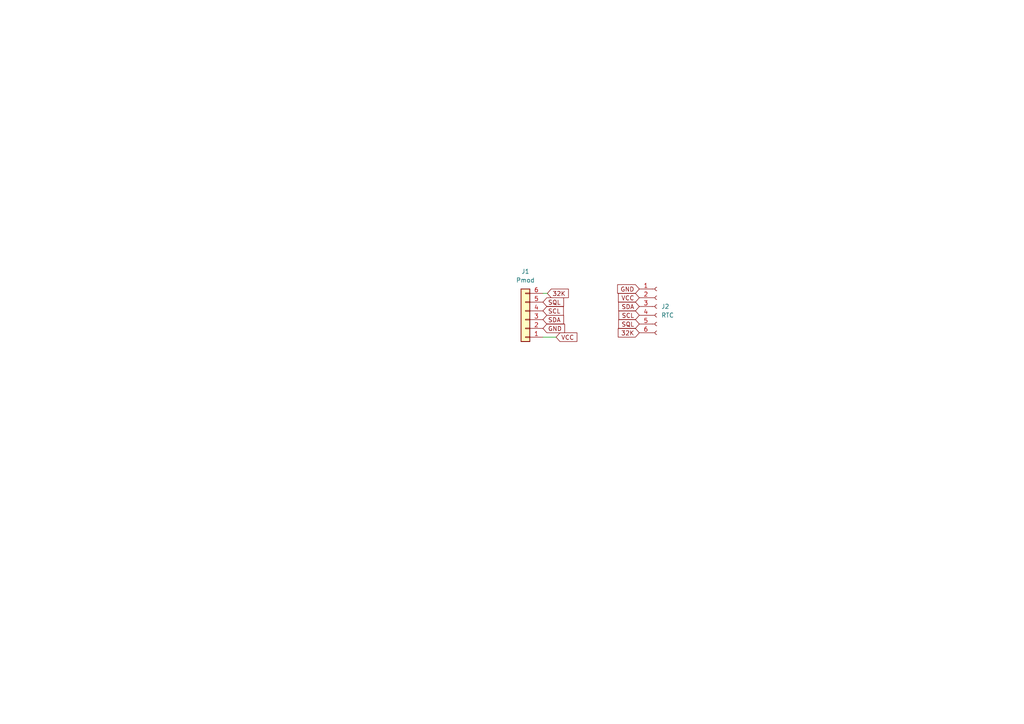
<source format=kicad_sch>
(kicad_sch
	(version 20250114)
	(generator "eeschema")
	(generator_version "9.0")
	(uuid "cac9a5c2-ea8e-4a3f-8b3f-e7e86a60f23e")
	(paper "A4")
	(lib_symbols
		(symbol "Connector:Conn_01x06_Socket"
			(pin_names
				(offset 1.016)
				(hide yes)
			)
			(exclude_from_sim no)
			(in_bom yes)
			(on_board yes)
			(property "Reference" "J"
				(at 0 7.62 0)
				(effects
					(font
						(size 1.27 1.27)
					)
				)
			)
			(property "Value" "Conn_01x06_Socket"
				(at 0 -10.16 0)
				(effects
					(font
						(size 1.27 1.27)
					)
				)
			)
			(property "Footprint" ""
				(at 0 0 0)
				(effects
					(font
						(size 1.27 1.27)
					)
					(hide yes)
				)
			)
			(property "Datasheet" "~"
				(at 0 0 0)
				(effects
					(font
						(size 1.27 1.27)
					)
					(hide yes)
				)
			)
			(property "Description" "Generic connector, single row, 01x06, script generated"
				(at 0 0 0)
				(effects
					(font
						(size 1.27 1.27)
					)
					(hide yes)
				)
			)
			(property "ki_locked" ""
				(at 0 0 0)
				(effects
					(font
						(size 1.27 1.27)
					)
				)
			)
			(property "ki_keywords" "connector"
				(at 0 0 0)
				(effects
					(font
						(size 1.27 1.27)
					)
					(hide yes)
				)
			)
			(property "ki_fp_filters" "Connector*:*_1x??_*"
				(at 0 0 0)
				(effects
					(font
						(size 1.27 1.27)
					)
					(hide yes)
				)
			)
			(symbol "Conn_01x06_Socket_1_1"
				(polyline
					(pts
						(xy -1.27 5.08) (xy -0.508 5.08)
					)
					(stroke
						(width 0.1524)
						(type default)
					)
					(fill
						(type none)
					)
				)
				(polyline
					(pts
						(xy -1.27 2.54) (xy -0.508 2.54)
					)
					(stroke
						(width 0.1524)
						(type default)
					)
					(fill
						(type none)
					)
				)
				(polyline
					(pts
						(xy -1.27 0) (xy -0.508 0)
					)
					(stroke
						(width 0.1524)
						(type default)
					)
					(fill
						(type none)
					)
				)
				(polyline
					(pts
						(xy -1.27 -2.54) (xy -0.508 -2.54)
					)
					(stroke
						(width 0.1524)
						(type default)
					)
					(fill
						(type none)
					)
				)
				(polyline
					(pts
						(xy -1.27 -5.08) (xy -0.508 -5.08)
					)
					(stroke
						(width 0.1524)
						(type default)
					)
					(fill
						(type none)
					)
				)
				(polyline
					(pts
						(xy -1.27 -7.62) (xy -0.508 -7.62)
					)
					(stroke
						(width 0.1524)
						(type default)
					)
					(fill
						(type none)
					)
				)
				(arc
					(start 0 4.572)
					(mid -0.5058 5.08)
					(end 0 5.588)
					(stroke
						(width 0.1524)
						(type default)
					)
					(fill
						(type none)
					)
				)
				(arc
					(start 0 2.032)
					(mid -0.5058 2.54)
					(end 0 3.048)
					(stroke
						(width 0.1524)
						(type default)
					)
					(fill
						(type none)
					)
				)
				(arc
					(start 0 -0.508)
					(mid -0.5058 0)
					(end 0 0.508)
					(stroke
						(width 0.1524)
						(type default)
					)
					(fill
						(type none)
					)
				)
				(arc
					(start 0 -3.048)
					(mid -0.5058 -2.54)
					(end 0 -2.032)
					(stroke
						(width 0.1524)
						(type default)
					)
					(fill
						(type none)
					)
				)
				(arc
					(start 0 -5.588)
					(mid -0.5058 -5.08)
					(end 0 -4.572)
					(stroke
						(width 0.1524)
						(type default)
					)
					(fill
						(type none)
					)
				)
				(arc
					(start 0 -8.128)
					(mid -0.5058 -7.62)
					(end 0 -7.112)
					(stroke
						(width 0.1524)
						(type default)
					)
					(fill
						(type none)
					)
				)
				(pin passive line
					(at -5.08 5.08 0)
					(length 3.81)
					(name "Pin_1"
						(effects
							(font
								(size 1.27 1.27)
							)
						)
					)
					(number "1"
						(effects
							(font
								(size 1.27 1.27)
							)
						)
					)
				)
				(pin passive line
					(at -5.08 2.54 0)
					(length 3.81)
					(name "Pin_2"
						(effects
							(font
								(size 1.27 1.27)
							)
						)
					)
					(number "2"
						(effects
							(font
								(size 1.27 1.27)
							)
						)
					)
				)
				(pin passive line
					(at -5.08 0 0)
					(length 3.81)
					(name "Pin_3"
						(effects
							(font
								(size 1.27 1.27)
							)
						)
					)
					(number "3"
						(effects
							(font
								(size 1.27 1.27)
							)
						)
					)
				)
				(pin passive line
					(at -5.08 -2.54 0)
					(length 3.81)
					(name "Pin_4"
						(effects
							(font
								(size 1.27 1.27)
							)
						)
					)
					(number "4"
						(effects
							(font
								(size 1.27 1.27)
							)
						)
					)
				)
				(pin passive line
					(at -5.08 -5.08 0)
					(length 3.81)
					(name "Pin_5"
						(effects
							(font
								(size 1.27 1.27)
							)
						)
					)
					(number "5"
						(effects
							(font
								(size 1.27 1.27)
							)
						)
					)
				)
				(pin passive line
					(at -5.08 -7.62 0)
					(length 3.81)
					(name "Pin_6"
						(effects
							(font
								(size 1.27 1.27)
							)
						)
					)
					(number "6"
						(effects
							(font
								(size 1.27 1.27)
							)
						)
					)
				)
			)
			(embedded_fonts no)
		)
		(symbol "Connector_Generic:Conn_01x06"
			(pin_names
				(offset 1.016)
				(hide yes)
			)
			(exclude_from_sim no)
			(in_bom yes)
			(on_board yes)
			(property "Reference" "J"
				(at 0 7.62 0)
				(effects
					(font
						(size 1.27 1.27)
					)
				)
			)
			(property "Value" "Conn_01x06"
				(at 0 -10.16 0)
				(effects
					(font
						(size 1.27 1.27)
					)
				)
			)
			(property "Footprint" ""
				(at 0 0 0)
				(effects
					(font
						(size 1.27 1.27)
					)
					(hide yes)
				)
			)
			(property "Datasheet" "~"
				(at 0 0 0)
				(effects
					(font
						(size 1.27 1.27)
					)
					(hide yes)
				)
			)
			(property "Description" "Generic connector, single row, 01x06, script generated (kicad-library-utils/schlib/autogen/connector/)"
				(at 0 0 0)
				(effects
					(font
						(size 1.27 1.27)
					)
					(hide yes)
				)
			)
			(property "ki_keywords" "connector"
				(at 0 0 0)
				(effects
					(font
						(size 1.27 1.27)
					)
					(hide yes)
				)
			)
			(property "ki_fp_filters" "Connector*:*_1x??_*"
				(at 0 0 0)
				(effects
					(font
						(size 1.27 1.27)
					)
					(hide yes)
				)
			)
			(symbol "Conn_01x06_1_1"
				(rectangle
					(start -1.27 6.35)
					(end 1.27 -8.89)
					(stroke
						(width 0.254)
						(type default)
					)
					(fill
						(type background)
					)
				)
				(rectangle
					(start -1.27 5.207)
					(end 0 4.953)
					(stroke
						(width 0.1524)
						(type default)
					)
					(fill
						(type none)
					)
				)
				(rectangle
					(start -1.27 2.667)
					(end 0 2.413)
					(stroke
						(width 0.1524)
						(type default)
					)
					(fill
						(type none)
					)
				)
				(rectangle
					(start -1.27 0.127)
					(end 0 -0.127)
					(stroke
						(width 0.1524)
						(type default)
					)
					(fill
						(type none)
					)
				)
				(rectangle
					(start -1.27 -2.413)
					(end 0 -2.667)
					(stroke
						(width 0.1524)
						(type default)
					)
					(fill
						(type none)
					)
				)
				(rectangle
					(start -1.27 -4.953)
					(end 0 -5.207)
					(stroke
						(width 0.1524)
						(type default)
					)
					(fill
						(type none)
					)
				)
				(rectangle
					(start -1.27 -7.493)
					(end 0 -7.747)
					(stroke
						(width 0.1524)
						(type default)
					)
					(fill
						(type none)
					)
				)
				(pin passive line
					(at -5.08 5.08 0)
					(length 3.81)
					(name "Pin_1"
						(effects
							(font
								(size 1.27 1.27)
							)
						)
					)
					(number "1"
						(effects
							(font
								(size 1.27 1.27)
							)
						)
					)
				)
				(pin passive line
					(at -5.08 2.54 0)
					(length 3.81)
					(name "Pin_2"
						(effects
							(font
								(size 1.27 1.27)
							)
						)
					)
					(number "2"
						(effects
							(font
								(size 1.27 1.27)
							)
						)
					)
				)
				(pin passive line
					(at -5.08 0 0)
					(length 3.81)
					(name "Pin_3"
						(effects
							(font
								(size 1.27 1.27)
							)
						)
					)
					(number "3"
						(effects
							(font
								(size 1.27 1.27)
							)
						)
					)
				)
				(pin passive line
					(at -5.08 -2.54 0)
					(length 3.81)
					(name "Pin_4"
						(effects
							(font
								(size 1.27 1.27)
							)
						)
					)
					(number "4"
						(effects
							(font
								(size 1.27 1.27)
							)
						)
					)
				)
				(pin passive line
					(at -5.08 -5.08 0)
					(length 3.81)
					(name "Pin_5"
						(effects
							(font
								(size 1.27 1.27)
							)
						)
					)
					(number "5"
						(effects
							(font
								(size 1.27 1.27)
							)
						)
					)
				)
				(pin passive line
					(at -5.08 -7.62 0)
					(length 3.81)
					(name "Pin_6"
						(effects
							(font
								(size 1.27 1.27)
							)
						)
					)
					(number "6"
						(effects
							(font
								(size 1.27 1.27)
							)
						)
					)
				)
			)
			(embedded_fonts no)
		)
	)
	(wire
		(pts
			(xy 161.29 97.79) (xy 157.48 97.79)
		)
		(stroke
			(width 0)
			(type default)
		)
		(uuid "b94a47d8-b7a8-4bbd-bd98-3517898a1d15")
	)
	(wire
		(pts
			(xy 158.75 85.09) (xy 157.48 85.09)
		)
		(stroke
			(width 0)
			(type default)
		)
		(uuid "ec7692ac-58a1-478e-a0c3-2edbe9026199")
	)
	(global_label "GND"
		(shape input)
		(at 185.42 83.82 180)
		(fields_autoplaced yes)
		(effects
			(font
				(size 1.27 1.27)
			)
			(justify right)
		)
		(uuid "01f9bc5e-be32-4012-91e4-c429fc48f170")
		(property "Intersheetrefs" "${INTERSHEET_REFS}"
			(at 178.5643 83.82 0)
			(effects
				(font
					(size 1.27 1.27)
				)
				(justify right)
				(hide yes)
			)
		)
	)
	(global_label "SDA"
		(shape input)
		(at 185.42 88.9 180)
		(fields_autoplaced yes)
		(effects
			(font
				(size 1.27 1.27)
			)
			(justify right)
		)
		(uuid "34fd9b2d-2f36-4296-87d5-4d1ca20801f0")
		(property "Intersheetrefs" "${INTERSHEET_REFS}"
			(at 178.8667 88.9 0)
			(effects
				(font
					(size 1.27 1.27)
				)
				(justify right)
				(hide yes)
			)
		)
	)
	(global_label "SQL"
		(shape input)
		(at 185.42 93.98 180)
		(fields_autoplaced yes)
		(effects
			(font
				(size 1.27 1.27)
			)
			(justify right)
		)
		(uuid "476afbae-2ad4-4aae-ac58-c573a7ecaa1d")
		(property "Intersheetrefs" "${INTERSHEET_REFS}"
			(at 178.8667 93.98 0)
			(effects
				(font
					(size 1.27 1.27)
				)
				(justify right)
				(hide yes)
			)
		)
	)
	(global_label "32K"
		(shape input)
		(at 158.75 85.09 0)
		(fields_autoplaced yes)
		(effects
			(font
				(size 1.27 1.27)
			)
			(justify left)
		)
		(uuid "4c4c7e84-c3a1-4984-bfb6-84a2f795da1a")
		(property "Intersheetrefs" "${INTERSHEET_REFS}"
			(at 165.4242 85.09 0)
			(effects
				(font
					(size 1.27 1.27)
				)
				(justify left)
				(hide yes)
			)
		)
	)
	(global_label "VCC"
		(shape input)
		(at 185.42 86.36 180)
		(fields_autoplaced yes)
		(effects
			(font
				(size 1.27 1.27)
			)
			(justify right)
		)
		(uuid "5958bc53-dd9a-42ce-90a2-0ab53cdce5f5")
		(property "Intersheetrefs" "${INTERSHEET_REFS}"
			(at 178.8062 86.36 0)
			(effects
				(font
					(size 1.27 1.27)
				)
				(justify right)
				(hide yes)
			)
		)
	)
	(global_label "VCC"
		(shape input)
		(at 161.29 97.79 0)
		(fields_autoplaced yes)
		(effects
			(font
				(size 1.27 1.27)
			)
			(justify left)
		)
		(uuid "7d9be345-7ccd-4b12-bb13-3607ddbb0c7a")
		(property "Intersheetrefs" "${INTERSHEET_REFS}"
			(at 167.9038 97.79 0)
			(effects
				(font
					(size 1.27 1.27)
				)
				(justify left)
				(hide yes)
			)
		)
	)
	(global_label "SCL"
		(shape input)
		(at 157.48 90.17 0)
		(fields_autoplaced yes)
		(effects
			(font
				(size 1.27 1.27)
			)
			(justify left)
		)
		(uuid "8848428c-411c-451a-b3e8-95097e99db68")
		(property "Intersheetrefs" "${INTERSHEET_REFS}"
			(at 163.9728 90.17 0)
			(effects
				(font
					(size 1.27 1.27)
				)
				(justify left)
				(hide yes)
			)
		)
	)
	(global_label "SQL"
		(shape input)
		(at 157.48 87.63 0)
		(fields_autoplaced yes)
		(effects
			(font
				(size 1.27 1.27)
			)
			(justify left)
		)
		(uuid "97220e85-76dd-44b8-9d48-d93025e3c453")
		(property "Intersheetrefs" "${INTERSHEET_REFS}"
			(at 164.0333 87.63 0)
			(effects
				(font
					(size 1.27 1.27)
				)
				(justify left)
				(hide yes)
			)
		)
	)
	(global_label "SCL"
		(shape input)
		(at 185.42 91.44 180)
		(fields_autoplaced yes)
		(effects
			(font
				(size 1.27 1.27)
			)
			(justify right)
		)
		(uuid "a6a468c0-04a4-4a6b-8c7e-dc69e049ac82")
		(property "Intersheetrefs" "${INTERSHEET_REFS}"
			(at 178.9272 91.44 0)
			(effects
				(font
					(size 1.27 1.27)
				)
				(justify right)
				(hide yes)
			)
		)
	)
	(global_label "SDA"
		(shape input)
		(at 157.48 92.71 0)
		(fields_autoplaced yes)
		(effects
			(font
				(size 1.27 1.27)
			)
			(justify left)
		)
		(uuid "abda9070-c6a3-471f-a267-6d7ba89a9827")
		(property "Intersheetrefs" "${INTERSHEET_REFS}"
			(at 164.0333 92.71 0)
			(effects
				(font
					(size 1.27 1.27)
				)
				(justify left)
				(hide yes)
			)
		)
	)
	(global_label "32K"
		(shape input)
		(at 185.42 96.52 180)
		(fields_autoplaced yes)
		(effects
			(font
				(size 1.27 1.27)
			)
			(justify right)
		)
		(uuid "ae3d7729-13af-4d9a-9b97-78c38d9ccd64")
		(property "Intersheetrefs" "${INTERSHEET_REFS}"
			(at 178.7458 96.52 0)
			(effects
				(font
					(size 1.27 1.27)
				)
				(justify right)
				(hide yes)
			)
		)
	)
	(global_label "GND"
		(shape input)
		(at 157.48 95.25 0)
		(fields_autoplaced yes)
		(effects
			(font
				(size 1.27 1.27)
			)
			(justify left)
		)
		(uuid "f647a368-d8f7-4335-a5ed-07cfc84e82a5")
		(property "Intersheetrefs" "${INTERSHEET_REFS}"
			(at 164.3357 95.25 0)
			(effects
				(font
					(size 1.27 1.27)
				)
				(justify left)
				(hide yes)
			)
		)
	)
	(symbol
		(lib_id "Connector_Generic:Conn_01x06")
		(at 152.4 92.71 180)
		(unit 1)
		(exclude_from_sim no)
		(in_bom yes)
		(on_board yes)
		(dnp no)
		(fields_autoplaced yes)
		(uuid "47d2daa6-3606-4781-b35f-bceea5222d35")
		(property "Reference" "J1"
			(at 152.4 78.74 0)
			(effects
				(font
					(size 1.27 1.27)
				)
			)
		)
		(property "Value" "Pmod"
			(at 152.4 81.28 0)
			(effects
				(font
					(size 1.27 1.27)
				)
			)
		)
		(property "Footprint" "Connector_PinHeader_2.54mm:PinHeader_1x06_P2.54mm_Horizontal"
			(at 152.4 92.71 0)
			(effects
				(font
					(size 1.27 1.27)
				)
				(hide yes)
			)
		)
		(property "Datasheet" "~"
			(at 152.4 92.71 0)
			(effects
				(font
					(size 1.27 1.27)
				)
				(hide yes)
			)
		)
		(property "Description" "Generic connector, single row, 01x06, script generated (kicad-library-utils/schlib/autogen/connector/)"
			(at 152.4 92.71 0)
			(effects
				(font
					(size 1.27 1.27)
				)
				(hide yes)
			)
		)
		(pin "1"
			(uuid "9e3cb11e-a429-415c-8345-cd0820931244")
		)
		(pin "2"
			(uuid "0760040e-395f-41e8-852a-f8b6e146489e")
		)
		(pin "4"
			(uuid "78608672-25e2-41df-a721-e54168ed5f26")
		)
		(pin "6"
			(uuid "733cbfc4-e4e4-4662-97e9-958e4c89f017")
		)
		(pin "3"
			(uuid "0967e953-0a5c-424e-a72c-441e5c0871f9")
		)
		(pin "5"
			(uuid "15fce38e-1f13-4b08-a8ed-55cbaca2f67c")
		)
		(instances
			(project ""
				(path "/cac9a5c2-ea8e-4a3f-8b3f-e7e86a60f23e"
					(reference "J1")
					(unit 1)
				)
			)
		)
	)
	(symbol
		(lib_id "Connector:Conn_01x06_Socket")
		(at 190.5 88.9 0)
		(unit 1)
		(exclude_from_sim no)
		(in_bom yes)
		(on_board yes)
		(dnp no)
		(fields_autoplaced yes)
		(uuid "bf06391c-2276-458a-83ed-542b165e7349")
		(property "Reference" "J2"
			(at 191.77 88.8999 0)
			(effects
				(font
					(size 1.27 1.27)
				)
				(justify left)
			)
		)
		(property "Value" "RTC"
			(at 191.77 91.4399 0)
			(effects
				(font
					(size 1.27 1.27)
				)
				(justify left)
			)
		)
		(property "Footprint" "Connector_PinSocket_2.54mm:PinSocket_1x06_P2.54mm_Horizontal"
			(at 190.5 88.9 0)
			(effects
				(font
					(size 1.27 1.27)
				)
				(hide yes)
			)
		)
		(property "Datasheet" "~"
			(at 190.5 88.9 0)
			(effects
				(font
					(size 1.27 1.27)
				)
				(hide yes)
			)
		)
		(property "Description" "Generic connector, single row, 01x06, script generated"
			(at 190.5 88.9 0)
			(effects
				(font
					(size 1.27 1.27)
				)
				(hide yes)
			)
		)
		(pin "1"
			(uuid "f70f982a-196a-4793-b554-e703e724f3a5")
		)
		(pin "5"
			(uuid "fb903664-ce1b-4934-ac7d-a47498cc2b14")
		)
		(pin "2"
			(uuid "7567719b-63d2-47fe-9616-386e5ffa5f53")
		)
		(pin "6"
			(uuid "a3c384cc-581a-4ab4-8dd6-7cdbd2a75b37")
		)
		(pin "3"
			(uuid "6374d25d-cd72-49e2-8e0d-2e26b8b98db7")
		)
		(pin "4"
			(uuid "51c82309-e136-4af3-8a56-79ee7873886b")
		)
		(instances
			(project ""
				(path "/cac9a5c2-ea8e-4a3f-8b3f-e7e86a60f23e"
					(reference "J2")
					(unit 1)
				)
			)
		)
	)
	(sheet_instances
		(path "/"
			(page "1")
		)
	)
	(embedded_fonts no)
)

</source>
